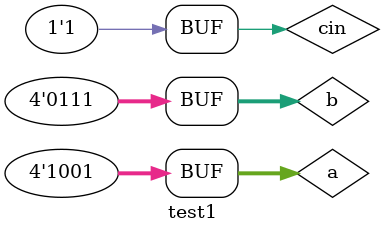
<source format=v>
`timescale 1ns / 1ps


module test1;

	// Inputs
	reg [3:0] a;
	reg [3:0] b;
	reg cin;

	// Outputs
	wire [3:0] sum;
	wire cout;

	// Instantiate the Unit Under Test (UUT)
	ripple_carry_adder uut (
		.sum(sum), 
		.cout(cout), 
		.a(a), 
		.b(b), 
		.cin(cin)
	);

	initial begin
		// Initialize Inputs
		a = 4'b1111;
		b = 4'b1111;
		cin = 1'b1;

		// Wait 100 ns for global reset to finish
		#100;
		a = 4'b1001;
		b = 4'b0111;
		cin = 1'b1;
        
		// Add stimulus here

	end
      
endmodule


</source>
